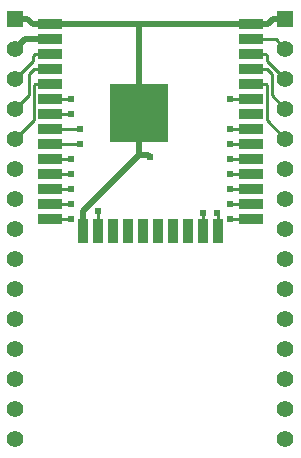
<source format=gtl>
G04 #@! TF.GenerationSoftware,KiCad,Pcbnew,(5.1.10-1-10_14)*
G04 #@! TF.CreationDate,2021-12-01T23:11:49+09:00*
G04 #@! TF.ProjectId,DIP-ESP32,4449502d-4553-4503-9332-2e6b69636164,V1.0*
G04 #@! TF.SameCoordinates,Original*
G04 #@! TF.FileFunction,Copper,L1,Top*
G04 #@! TF.FilePolarity,Positive*
%FSLAX46Y46*%
G04 Gerber Fmt 4.6, Leading zero omitted, Abs format (unit mm)*
G04 Created by KiCad (PCBNEW (5.1.10-1-10_14)) date 2021-12-01 23:11:49*
%MOMM*%
%LPD*%
G01*
G04 APERTURE LIST*
G04 #@! TA.AperFunction,SMDPad,CuDef*
%ADD10R,5.000000X5.000000*%
G04 #@! TD*
G04 #@! TA.AperFunction,SMDPad,CuDef*
%ADD11R,2.000000X0.900000*%
G04 #@! TD*
G04 #@! TA.AperFunction,SMDPad,CuDef*
%ADD12R,0.900000X2.000000*%
G04 #@! TD*
G04 #@! TA.AperFunction,ComponentPad*
%ADD13C,1.400000*%
G04 #@! TD*
G04 #@! TA.AperFunction,ComponentPad*
%ADD14R,1.400000X1.400000*%
G04 #@! TD*
G04 #@! TA.AperFunction,ViaPad*
%ADD15C,0.609600*%
G04 #@! TD*
G04 #@! TA.AperFunction,Conductor*
%ADD16C,0.508000*%
G04 #@! TD*
G04 #@! TA.AperFunction,Conductor*
%ADD17C,0.254000*%
G04 #@! TD*
G04 APERTURE END LIST*
D10*
X-1000000Y-9245000D03*
D11*
X-8500000Y-1745000D03*
X-8500000Y-3015000D03*
X-8500000Y-4285000D03*
X-8500000Y-5555000D03*
X-8500000Y-6825000D03*
X-8500000Y-8095000D03*
X-8500000Y-9365000D03*
X-8500000Y-10635000D03*
X-8500000Y-11905000D03*
X-8500000Y-13175000D03*
X-8500000Y-14445000D03*
X-8500000Y-15715000D03*
X-8500000Y-16985000D03*
X-8500000Y-18255000D03*
D12*
X-5715000Y-19255000D03*
X-4445000Y-19255000D03*
X-3175000Y-19255000D03*
X-1905000Y-19255000D03*
X-635000Y-19255000D03*
X635000Y-19255000D03*
X1905000Y-19255000D03*
X3175000Y-19255000D03*
X4445000Y-19255000D03*
X5715000Y-19255000D03*
D11*
X8500000Y-18255000D03*
X8500000Y-16985000D03*
X8500000Y-15715000D03*
X8500000Y-14445000D03*
X8500000Y-13175000D03*
X8500000Y-11905000D03*
X8500000Y-10635000D03*
X8500000Y-9365000D03*
X8500000Y-8095000D03*
X8500000Y-6825000D03*
X8500000Y-5555000D03*
X8500000Y-4285000D03*
X8500000Y-3015000D03*
X8500000Y-1745000D03*
D13*
X11430000Y-34290000D03*
D14*
X11430000Y-1270000D03*
D13*
X11430000Y-3810000D03*
X11430000Y-6350000D03*
X11430000Y-8890000D03*
X11430000Y-11430000D03*
X11430000Y-13970000D03*
X11430000Y-16510000D03*
X11430000Y-19050000D03*
X11430000Y-21590000D03*
X11430000Y-24130000D03*
X11430000Y-26670000D03*
X11430000Y-29210000D03*
X11430000Y-31750000D03*
X11430000Y-36830000D03*
X-11430000Y-36830000D03*
X-11430000Y-34290000D03*
X-11430000Y-31750000D03*
X-11430000Y-29210000D03*
X-11430000Y-26670000D03*
X-11430000Y-24130000D03*
X-11430000Y-21590000D03*
X-11430000Y-19050000D03*
X-11430000Y-16510000D03*
X-11430000Y-13970000D03*
X-11430000Y-11430000D03*
X-11430000Y-8890000D03*
X-11430000Y-6350000D03*
X-11430000Y-3810000D03*
D14*
X-11430000Y-1270000D03*
D15*
X0Y-13000000D03*
X5600000Y-17700000D03*
X6750000Y-8100000D03*
X6750000Y-10640000D03*
X6750000Y-11910000D03*
X6750000Y-13180000D03*
X6750000Y-14450000D03*
X6750000Y-15720000D03*
X6750000Y-16990000D03*
X6750000Y-18260000D03*
X4450000Y-17700000D03*
X-4450000Y-17500000D03*
X-6750000Y-18260000D03*
X-6750000Y-16990000D03*
X-6750000Y-15720000D03*
X-6750000Y-14450000D03*
X-6750000Y-13180000D03*
X-6000000Y-11910000D03*
X-6000000Y-10640000D03*
X-6750000Y-9370000D03*
X-6750000Y-8100000D03*
D16*
X-10635000Y-3015000D02*
X-8500000Y-3015000D01*
X-11430000Y-3810000D02*
X-10635000Y-3015000D01*
X-11430000Y-1270000D02*
X-10414000Y-1270000D01*
X-9939000Y-1745000D02*
X-8500000Y-1745000D01*
X-10414000Y-1270000D02*
X-9939000Y-1745000D01*
X11430000Y-1270000D02*
X10414000Y-1270000D01*
X9939000Y-1745000D02*
X8500000Y-1745000D01*
X10414000Y-1270000D02*
X9939000Y-1745000D01*
X-1000000Y-1800000D02*
X-945000Y-1745000D01*
X-1000000Y-9245000D02*
X-1000000Y-1800000D01*
X-945000Y-1745000D02*
X-8500000Y-1745000D01*
X8500000Y-1745000D02*
X-945000Y-1745000D01*
X-5715000Y-19255000D02*
X-5715000Y-17515000D01*
X-1000000Y-12800000D02*
X-1000000Y-9245000D01*
X-5715000Y-17515000D02*
X-1000000Y-12800000D01*
X-200000Y-12800000D02*
X0Y-13000000D01*
X-1000000Y-12800000D02*
X-200000Y-12800000D01*
D17*
X-11430000Y-6350000D02*
X-9906000Y-4826000D01*
X-9906000Y-4826000D02*
X-9906000Y-4445000D01*
X-9746000Y-4285000D02*
X-8500000Y-4285000D01*
X-9906000Y-4445000D02*
X-9746000Y-4285000D01*
X5715000Y-17815000D02*
X5600000Y-17700000D01*
X5715000Y-19255000D02*
X5715000Y-17815000D01*
X10635000Y-3015000D02*
X8500000Y-3015000D01*
X11430000Y-3810000D02*
X10635000Y-3015000D01*
X11430000Y-6350000D02*
X9906000Y-4826000D01*
X9906000Y-4826000D02*
X9906000Y-4445000D01*
X9746000Y-4285000D02*
X8500000Y-4285000D01*
X9906000Y-4445000D02*
X9746000Y-4285000D01*
X11430000Y-8890000D02*
X10287411Y-7747411D01*
X10287411Y-7747411D02*
X10287411Y-5969411D01*
X9873000Y-5555000D02*
X8500000Y-5555000D01*
X10287411Y-5969411D02*
X9873000Y-5555000D01*
X9754000Y-6825000D02*
X8500000Y-6825000D01*
X9830201Y-6901201D02*
X9754000Y-6825000D01*
X9830201Y-9830201D02*
X9830201Y-6901201D01*
X11430000Y-11430000D02*
X9830201Y-9830201D01*
X6755000Y-8095000D02*
X6750000Y-8100000D01*
X8500000Y-8095000D02*
X6755000Y-8095000D01*
X6755000Y-10635000D02*
X6750000Y-10640000D01*
X8500000Y-10635000D02*
X6755000Y-10635000D01*
X6755000Y-11905000D02*
X6750000Y-11910000D01*
X8500000Y-11905000D02*
X6755000Y-11905000D01*
X6755000Y-13175000D02*
X6750000Y-13180000D01*
X8500000Y-13175000D02*
X6755000Y-13175000D01*
X6755000Y-14445000D02*
X6750000Y-14450000D01*
X8500000Y-14445000D02*
X6755000Y-14445000D01*
X6755000Y-15715000D02*
X6750000Y-15720000D01*
X8500000Y-15715000D02*
X6755000Y-15715000D01*
X6755000Y-16985000D02*
X6750000Y-16990000D01*
X8500000Y-16985000D02*
X6755000Y-16985000D01*
X6755000Y-18255000D02*
X6750000Y-18260000D01*
X8500000Y-18255000D02*
X6755000Y-18255000D01*
X4445000Y-17705000D02*
X4450000Y-17700000D01*
X4445000Y-19255000D02*
X4445000Y-17705000D01*
X-4445000Y-17505000D02*
X-4450000Y-17500000D01*
X-4445000Y-19255000D02*
X-4445000Y-17505000D01*
X-6755000Y-18255000D02*
X-6750000Y-18260000D01*
X-8500000Y-18255000D02*
X-6755000Y-18255000D01*
X-6755000Y-16985000D02*
X-6750000Y-16990000D01*
X-8500000Y-16985000D02*
X-6755000Y-16985000D01*
X-6755000Y-15715000D02*
X-6750000Y-15720000D01*
X-8500000Y-15715000D02*
X-6755000Y-15715000D01*
X-6755000Y-14445000D02*
X-6750000Y-14450000D01*
X-8500000Y-14445000D02*
X-6755000Y-14445000D01*
X-6755000Y-13175000D02*
X-6750000Y-13180000D01*
X-8500000Y-13175000D02*
X-6755000Y-13175000D01*
X-6005000Y-11905000D02*
X-6000000Y-11910000D01*
X-8500000Y-11905000D02*
X-6005000Y-11905000D01*
X-6005000Y-10635000D02*
X-6000000Y-10640000D01*
X-8500000Y-10635000D02*
X-6005000Y-10635000D01*
X-6755000Y-9365000D02*
X-6750000Y-9370000D01*
X-8500000Y-9365000D02*
X-6755000Y-9365000D01*
X-6755000Y-8095000D02*
X-6750000Y-8100000D01*
X-8500000Y-8095000D02*
X-6755000Y-8095000D01*
X-9754000Y-6825000D02*
X-8500000Y-6825000D01*
X-9830201Y-6901201D02*
X-9754000Y-6825000D01*
X-9830201Y-9830201D02*
X-9830201Y-6901201D01*
X-11430000Y-11430000D02*
X-9830201Y-9830201D01*
X-11430000Y-8890000D02*
X-10287411Y-7747411D01*
X-10287411Y-7747411D02*
X-10287411Y-5969411D01*
X-9873000Y-5555000D02*
X-8500000Y-5555000D01*
X-10287411Y-5969411D02*
X-9873000Y-5555000D01*
M02*

</source>
